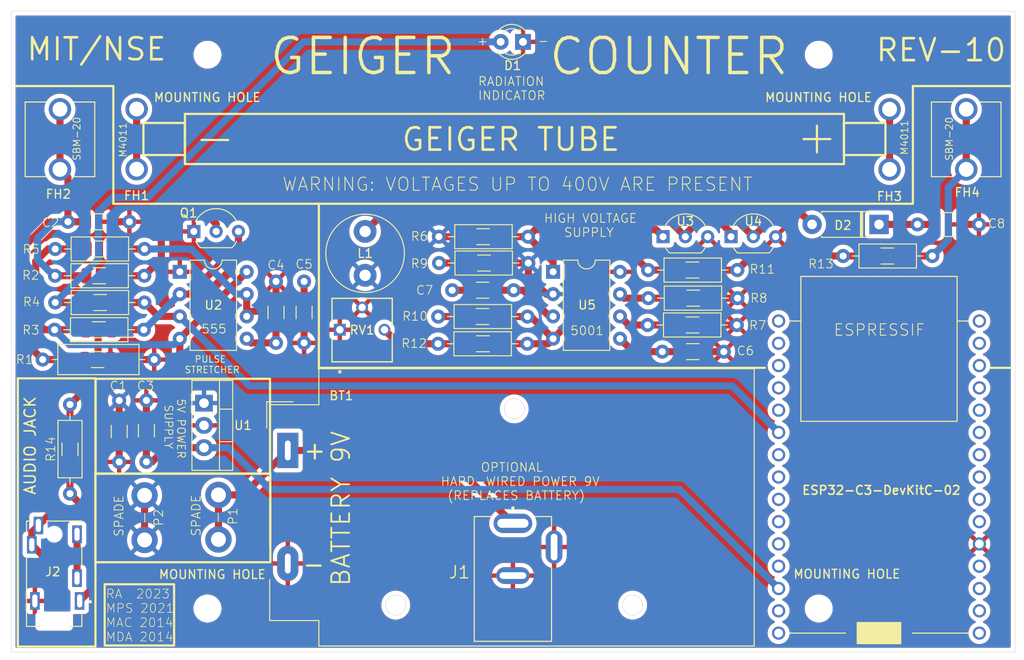
<source format=kicad_pcb>
(kicad_pcb (version 20240108) (generator "pcbnew") (generator_version "8.0")
  (layers (0 "F.Cu" signal) (31 "B.Cu" signal) (34 "B.Paste" user) (35 "F.Paste" user) (36 "B.SilkS" user "B.Silkscreen") (37 "F.SilkS" user "F.Silkscreen") (38 "B.Mask" user) (39 "F.Mask" user) (44 "Edge.Cuts" user))
  (net 0 "")
  (net 1 "Net-(C2-Pad1)")
  (net 2 "BATT+")
  (net 3 "Net-(U2-CV)")
  (net 4 "Net-(U2-DIS)")
  (net 5 "Net-(U5-SCP)")
  (net 6 "Net-(U5-COMP)")
  (net 7 "Net-(J2-Pad1)")
  (net 8 "Net-(C7-Pad2)")
  (net 9 "+9V")
  (net 10 "Net-(U5-DTC)")
  (net 11 "Net-(D2-K)")
  (net 12 "+5V")
  (net 13 "Net-(D1-A)")
  (net 14 "Net-(D2-A)")
  (net 15 "FINAL_SIGNAL")
  (net 16 "Net-(FH3-Pad1)")
  (net 17 "Net-(Q1-C)")
  (net 18 "Net-(Q1-B)")
  (net 19 "Net-(U5-RT)")
  (net 20 "Net-(R9-Pad2)")
  (net 21 "5001_OUT")
  (net 47 "GND")
  (net 48 "Net-(U5-FB)")
  (net 49 "Net-(R12-Pad2)")
  (footprint "36-3530-ND:36-3530-ND" (layer "F.Cu") (at 197.64375 65.405 90)
    (property "Reference" "FH4")
    (property "Value" "~" (hide yes))
  )
  (footprint "Package_DIP:DIP-8_W7.62mm" (layer "F.Cu") (at 150.6 80.5)
    (property "Reference" "U5")
    (property "Value" "TL5001AIP")
  )
  (footprint "THT-SMD:C_THT_SMD" (layer "F.Cu") (at 98.9 74.8)
    (property "Reference" "C2")
    (property "Value" "47p" (hide yes))
  )
  (footprint "THT-SMD:C_THT_SMD" (layer "F.Cu") (at 166.5 89.6 180)
    (property "Reference" "C6")
    (property "Value" "1u" (hide yes))
  )
  (footprint "THT-SMD:R_SMALL" (layer "F.Cu") (at 142.58 88.7 180)
    (property "Reference" "R12")
    (property "Value" "22k" (hide yes))
  )
  (footprint "THT-SMD:R_SMALL" (layer "F.Cu") (at 188.7 78.7)
    (property "Reference" "R13")
    (property "Value" "5.1M" (hide yes))
  )
  (footprint "Diode_THT:D_DO-41_SOD81_P7.62mm_Horizontal" (layer "F.Cu") (at 187.71 75.1 180)
    (property "Reference" "D2")
    (property "Value" "BA159" (hide yes))
  )
  (footprint "Inductor_THT:L_Radial_D8.7mm_P5.00mm_Fastron_07HCP" (layer "F.Cu") (at 129.2 80.9 90)
    (property "Reference" "L1")
    (property "Value" "1mH")
  )
  (footprint "0197084013:0197084013" (layer "F.Cu") (at 112.5 108.46 90)
    (property "Reference" "P1")
    (property "Value" "SPADE" (hide yes))
  )
  (footprint "THT-SMD:R_SMALL" (layer "F.Cu") (at 98.976069 80.949413)
    (property "Reference" "R2")
    (property "Value" "10k" (hide yes))
  )
  (footprint "36-3530-ND:36-3530-ND" (layer "F.Cu") (at 188.9125 65.405 90)
    (property "Reference" "FH3")
    (property "Value" "~" (hide yes))
  )
  (footprint "THT-SMD:R_SMALL" (layer "F.Cu") (at 142.7 79.5 180)
    (property "Reference" "R9")
    (property "Value" "10k" (hide yes))
  )
  (footprint "LED_THT:LED_D3.0mm" (layer "F.Cu") (at 147.175 54.3 180)
    (property "Reference" "D1")
    (property "Value" "LED" (hide yes))
  )
  (footprint "THT-SMD:R_SMALL" (layer "F.Cu") (at 166.525 83.5 180)
    (property "Reference" "R8")
    (property "Value" "6.8M" (hide yes))
  )
  (footprint "THT-SMD:R_SMALL" (layer "F.Cu") (at 166.5 80.3)
    (property "Reference" "R11")
    (property "Value" "10M" (hide yes))
  )
  (footprint "ESP32-C3-DevKitC-02:ESP32-C3-DevKitC-02" (layer "F.Cu") (at 188.976 103.886)
    (property "Reference" "U6" (hide yes))
    (property "Value" "ESP32-C3-DEVKITC-02HOLES")
  )
  (footprint "THT-SMD:R_SMALL" (layer "F.Cu") (at 142.6 85.6)
    (property "Reference" "R10")
    (property "Value" "4.7k" (hide yes))
  )
  (footprint "THT-SMD:C_THT_SMD" (layer "F.Cu") (at 122.251741 85.135446 -90)
    (property "Reference" "C5")
    (property "Value" "220n" (hide yes))
  )
  (footprint "MPD_EJ508A:MPD_EJ508A" (layer "F.Cu") (at 146.0246 111.8616)
    (property "Reference" "J1")
    (property "Value" "EJ508A (PWR)" (hide yes))
  )
  (footprint "THT-SMD:R_SMALL" (layer "F.Cu") (at 142.675 76.5)
    (property "Reference" "R6")
    (property "Value" "10k" (hide yes))
  )
  (footprint "THT-SMD:C_THT_SMD" (layer "F.Cu") (at 142.58 82.6 180)
    (property "Reference" "C7")
    (property "Value" "10n" (hide yes))
  )
  (footprint "MountingHole:MountingHole_2.7mm" (layer "F.Cu") (at 180.848 118.8625)
    (property "Reference" "MOUNTING HOLE")
    (property "Value" "MountingHole_2.7mm")
  )
  (footprint "THT-SMD:C_THT_SMD" (layer "F.Cu") (at 119.051741 85.135446 -90)
    (property "Reference" "C4")
    (property "Value" "10n" (hide yes))
  )
  (footprint "MountingHole:MountingHole_2.7mm" (layer "F.Cu") (at 111.252 118.8625)
    (property "Reference" "MOUNTING HOLE")
    (property "Value" "MountingHole_2.7mm")
  )
  (footprint "THT-SMD:R_SMALL" (layer "F.Cu") (at 166.44 86.56 180)
    (property "Reference" "R7")
    (property "Value" "4.7M" (hide yes))
  )
  (footprint "THT-SMD:CHV" (layer "F.Cu") (at 195.8 75.1)
    (property "Reference" "C8")
    (property "Value" "4.7n" (hide yes))
  )
  (footprint "36-3530-ND:36-3530-ND" (layer "F.Cu") (at 94.45625 65.405 -90)
    (property "Reference" "FH2")
    (property "Value" "~" (hide yes))
  )
  (footprint "THT-SMD:C_THT_SMD" (layer "F.Cu") (at 104.297609 98.617003 90)
    (property "Reference" "C3")
    (property "Value" "10u" (hide yes))
  )
  (footprint "Package_TO_SOT_THT:TO-92_Inline_Wide" (layer "F.Cu") (at 109.7 75.9)
    (property "Reference" "Q1")
    (property "Value" "2N3904")
  )
  (footprint "THT-SMD:R_SMALL" (layer "F.Cu") (at 99 77.9)
    (property "Reference" "R5")
    (property "Value" "6.2K" (hide yes))
  )
  (footprint "0197084013:0197084013" (layer "F.Cu") (at 104.0912 108.5082 90)
    (property "Reference" "P2")
    (property "Value" "SPADE" (hide yes))
  )
  (footprint "MountingHole:MountingHole_2.7mm" (layer "F.Cu") (at 180.848 55.7625)
    (property "Reference" "MOUNTING HOLE")
    (property "Value" "MountingHole_2.7mm")
  )
  (footprint "Package_TO_SOT_THT:TO-220-3_Vertical" (layer "F.Cu") (at 110.855 95.46 -90)
    (property "Reference" "U1")
    (property "Value" "NJM78M05FA" (hide yes))
  )
  (footprint "THT-SMD:R_SMALL" (layer "F.Cu") (at 98.925 87.1)
    (property "Reference" "R3")
    (property "Value" "1k" (hide yes))
  )
  (footprint "Package_TO_SOT_THT:TO-92_Inline_Wide" (layer "F.Cu") (at 170.86 76.5)
    (property "Reference" "U4")
    (property "Value" "STQ1HNK60R-AP" (hide yes))
  )
  (footprint "THT-SMD:R_SMALL" (layer "F.Cu") (at 95.6 100.7 90)
    (property "Reference" "R14")
    (property "Value" "4.7k" (hide yes))
  )
  (footprint "Battery:BatteryHolder_MPD_BA9VPC_1xPP3" (layer "F.Cu") (at 120.396 100.8554)
    (property "Reference" "BT1")
    (property "Value" "Battery" (hide yes))
  )
  (footprint "THT-SMD:C_THT_SMD" (layer "F.Cu") (at 101.2 98.7 -90)
    (property "Reference" "C1")
    (property "Value" "10u" (hide yes))
  )
  (footprint "54-00298:54-00298" (layer "F.Cu") (at 93.8 115.9)
    (property "Reference" "J2")
    (property "Value" "54-00298" (hide yes))
    (fp_line (start -1.65 3.8) (end 1.65 3.8) (stroke (width 0.01)) (layer "Edge.Cuts"))
    (fp_line (start -1.65 5) (end -1.65 3.8) (stroke (width 0.01)) (layer "Edge.Cuts"))
    (fp_line (start 1.65 3.8) (end 1.65 5) (stroke (width 0.01)) (layer "Edge.Cuts"))
    (fp_line (start 1.65 5) (end -1.65 5) (stroke (width 0.01)) (layer "Edge.Cuts"))
  )
  (footprint "Package_DIP:DIP-8_W7.62mm" (layer "F.Cu") (at 108.1 80.5)
    (property "Reference" "U2")
    (property "Value" "LMC555CN" (hide yes))
  )
  (footprint "3362P-1-203LF:POT_3362P" (layer "F.Cu") (at 126.32 87.1)
    (property "Reference" "RV1")
    (property "Value" "R_Potentiometer_US 20k" (hide yes))
  )
  (footprint "36-3530-ND:36-3530-ND" (layer "F.Cu") (at 103.1875 65.3796 -90)
    (property "Reference" "FH1")
    (property "Value" "~" (hide yes))
  )
  (footprint "Package_TO_SOT_THT:TO-92_Inline_Wide" (layer "F.Cu") (at 163.12 76.5)
    (property "Reference" "U3")
    (property "Value" "STQ1HNK60R-AP" (hide yes))
  )
  (footprint "THT-SMD:R_BIG" (layer "F.Cu") (at 98.8375 90.497071)
    (property "Reference" "R1")
    (property "Value" "5.1k" (hide yes))
  )
  (footprint "MountingHole:MountingHole_2.7mm" (layer "F.Cu") (at 111.252 55.7625)
    (property "Reference" "MOUNTING HOLE")
    (property "Value" "MountingHole_2.7mm")
  )
  (footprint "THT-SMD:R_SMALL" (layer "F.Cu") (at 99 84 180)
    (property "Reference" "R4")
    (property "Value" "75" (hide yes))
  )
  (gr_line (start 123.936 91.5454) (end 123.936 72.7456) (stroke (width 0.254)) (layer "F.SilkS"))
  (gr_line (start 191.5668 72.7202) (end 191.5668 59.3344) (stroke (width 0.254)) (layer "F.SilkS"))
  (gr_line (start 89.4588 59.3344) (end 100.5332 59.3344) (stroke (width 0.254)) (layer "F.SilkS"))
  (gr_rect (start 99.55 116.1) (end 107.45 123.075) (stroke (width 0.254)) (fill none) (layer "F.SilkS"))
  (gr_line (start 191.5668 59.3344) (end 202.6412 59.3344) (stroke (width 0.254)) (layer "F.SilkS"))
  (gr_rect (start 98.4918 103.4876) (end 118.4064 113.5888) (stroke (width 0.254)) (fill none) (layer "F.SilkS"))
  (gr_line (start 124 91.44) (end 174.7012 91.44) (stroke (width 0.254)) (layer "F.SilkS"))
  (gr_line (start 200.4314 91.44) (end 202.717412 91.44) (stroke (width 0.254)) (layer "F.SilkS"))
  (gr_rect (start 103.9622 63.5381) (end 108.6866 67.1957) (stroke (width 0.254)) (fill none) (layer "F.SilkS"))
  (gr_line (start 104.1166 109.0162) (end 104.1166 108.0256) (stroke (width 0.1)) (layer "F.SilkS"))
  (gr_line (start 100.5332 59.3344) (end 100.5332 72.7456) (stroke (width 0.254)) (layer "F.SilkS"))
  (gr_rect (start 98.5172 92.6894) (end 118.3708 103.5054) (stroke (width 0.254)) (fill none) (layer "F.SilkS"))
  (gr_line (start 112.4746 108.9807) (end 112.4746 107.9901) (stroke (width 0.1)) (layer "F.SilkS"))
  (gr_line (start 100.5332 72.7456) (end 191.566804 72.7456) (stroke (width 0.254)) (layer "F.SilkS"))
  (gr_rect (start 89.662 92.64) (end 98.5 123.2) (stroke (width 0.254)) (fill none) (layer "F.SilkS"))
  (gr_rect (start 183.7182 63.5381) (end 188.4426 67.1957) (stroke (width 0.254)) (fill none) (layer "F.SilkS"))
  (gr_rect (start 108.6866 62.5094) (end 183.7182 68.2244) (stroke (width 0.254)) (fill none) (layer "F.SilkS"))
  (gr_rect (start 88.9 50.8) (end 203.2 123.825) (stroke (width 0.05)) (fill none) (layer "Edge.Cuts"))
  (gr_text "MIT/NSE" (at 90.5 56.6 0) (layer "F.SilkS") (effects (font (size 2.5 2.5) (thickness 0.3)) (justify left bottom)))
  (gr_text "+\n" (at 141.9 54.8 0) (layer "F.SilkS") (effects (font (size 1 1) (thickness 0.1)) (justify left bottom)))
  (gr_text "  PULSE\nSTRETCHER" (at 108.6 92.1 0) (layer "F.SilkS") (effects (font (size 0.75 0.75) (thickness 0.1)) (justify left bottom)))
  (gr_text "SBM-20" (at 196.175 67.9 90) (layer "F.SilkS") (effects (font (size 0.8 0.8) (thickness 0.1)) (justify left bottom)))
  (gr_text "RADIATION\nINDICATOR" (at 142 61 0) (layer "F.SilkS") (effects (font (size 1 1) (thickness 0.1)) (justify left bottom)))
  (gr_text "WARNING: VOLTAGES UP TO 400V ARE PRESENT" (at 119.7 71.4 0) (layer "F.SilkS") (effects (font (size 1.5 1.5) (thickness 0.1)) (justify left bottom)))
  (gr_text "BATTERY 9V\n" (at 127.635 116.459 90) (layer "F.SilkS") (effects (font (size 2.032 2.032) (thickness 0.2032)) (justify left bottom)))
  (gr_text "555\n" (at 110.5 87.6 0) (layer "F.SilkS") (effects (font (size 1 1) (thickness 0.1)) (justify left bottom)))
  (gr_text "M4011" (at 191.075 67.25 90) (layer "F.SilkS") (effects (font (size 0.8 0.8) (thickness 0.1)) (justify left bottom)))
  (gr_text "GEIGER TUBE\n" (at 133.2 66.9 0) (layer "F.SilkS") (effects (font (size 2.54 2.54) (thickness 0.3048)) (justify left bottom)))
  (gr_text "_" (at 110.4 65.6 0) (layer "F.SilkS") (effects (font (size 4 4) (thickness 0.25)) (justify left bottom)))
  (gr_text "AUDIO JACK" (at 91.8 106 90) (layer "F.SilkS") (effects (font (size 1.27 1.27) (thickness 0.1778)) (justify left bottom)))
  (gr_text "5001\n\n" (at 152.5 89.4 0) (layer "F.SilkS") (effects (font (size 1 1) (thickness 0.1)) (justify left bottom)))
  (gr_text "GEIGER" (at 118.1 58.3 0) (layer "F.SilkS") (effects (font (size 4 4) (thickness 0.4)) (justify left bottom)))
  (gr_text "-" (at 148.8 54.7624 0) (layer "F.SilkS") (effects (font (size 1 1) (thickness 0.1)) (justify left bottom)))
  (gr_text "      OPTIONAL\nHARD-WIRED POWER 9V\n (REPLACES BATTERY)" (at 137.7442 106.5784 0) (layer "F.SilkS") (effects (font (size 1 1) (thickness 0.1)) (justify left bottom)))
  (gr_text "REV-10" (at 187.2 56.7 0) (layer "F.SilkS") (effects (font (size 2.5 2.5) (thickness 0.3)) (justify left bottom)))
  (gr_text "SBM-20" (at 96.85 67.9 90) (layer "F.SilkS") (effects (font (size 0.8 0.8) (thickness 0.1)) (justify left bottom)))
  (gr_text "HIGH VOLTAGE\n   SUPPLY" (at 149.5 76.6 0) (layer "F.SilkS") (effects (font (size 1 1) (thickness 0.1)) (justify left bottom)))
  (gr_text "+" (at 178 67.4 0) (layer "F.SilkS") (effects (font (size 4 4) (thickness 0.25)) (justify left bottom)))
  (gr_text "5V POWER\n SUPPLY" (at 106.3 94.9 -90) (layer "F.SilkS") (effects (font (size 0.889 0.889) (thickness 0.1)) (justify left bottom)))
  (gr_text "RA  2023\nMPS 2021\nMAC 2014\nMDA 2014" (at 99.625 122.7 0) (layer "F.SilkS") (effects (font (size 1.016 1.016) (thickness 0.0762)) (justify left bottom)))
  (gr_text "M4011" (at 102.1 67.525 90) (layer "F.SilkS") (effects (font (size 0.8 0.8) (thickness 0.1)) (justify left bottom)))
  (gr_text "COUNTER" (at 149.9 58.3 0) (layer "F.SilkS") (effects (font (size 4 4) (thickness 0.4)) (justify left bottom)))
  (segment (start 93.2 74.8) (end 90.2 77.8) (width 0.8128) (layer "F.Cu") (net 1))
  (segment (start 103.1875 68.8096) (end 103.1875 65.375) (width 0.8128) (layer "F.Cu") (net 1))
  (segment (start 103.1875 65.375) (end 94.48125 65.375) (width 0.8128) (layer "F.Cu") (net 1))
  (segment (start 95.364554 69.743304) (end 94.45625 68.835) (width 0.8128) (layer "F.Cu") (net 1))
  (segment (start 95.364554 74.8) (end 93.2 74.8) (width 0.8128) (layer "F.Cu") (net 1))
  (segment (start 103.1621 68.835) (end 103.1875 68.8096) (width 0.8128) (layer "F.Cu") (net 1))
  (segment (start 94.48125 65.375) (end 94.45625 65.4) (width 0.8128) (layer "F.Cu") (net 1))
  (segment (start 90.2 77.8) (end 90.2 88.209571) (width 0.8128) (layer "F.Cu") (net 1))
  (segment (start 95.364554 74.8) (end 97.425 74.8) (width 0.8128) (layer "F.Cu") (net 1))
  (segment (start 92.4875 90.497071) (end 97.275 90.497071) (width 0.8128) (layer "F.Cu") (net 1))
  (segment (start 94.45625 65.4) (end 94.45625 61.975) (width 0.8128) (layer "F.Cu") (net 1))
  (segment (start 103.1875 65.375) (end 103.1875 61.9496) (width 0.8128) (layer "F.Cu") (net 1))
  (segment (start 93.896069 80.949413) (end 97.476069 80.949413) (width 0.8128) (layer "F.Cu") (net 1))
  (segment (start 94.45625 68.835) (end 94.45625 65.4) (width 0.8128) (layer "F.Cu") (net 1))
  (segment (start 90.2 88.209571) (end 92.4875 90.497071) (width 0.8128) (layer "F.Cu") (net 1))
  (segment (start 95.364554 74.8) (end 95.364554 69.743304) (width 0.8128) (layer "F.Cu") (net 1))
  (segment (start 93.8 74.8) (end 95.364554 74.8) (width 0.8128) (layer "B.Cu") (net 1))
  (segment (start 93.896069 80.949413) (end 93.749413 80.949413) (width 0.8128) (layer "B.Cu") (net 1))
  (segment (start 91.9 76.7) (end 93.8 74.8) (width 0.8128) (layer "B.Cu") (net 1))
  (segment (start 91.9 79.1) (end 91.9 76.7) (width 0.8128) (layer "B.Cu") (net 1))
  (segment (start 93.749413 80.949413) (end 91.9 79.1) (width 0.8128) (layer "B.Cu") (net 1))
  (segment (start 115.3314 105.92) (end 120.396 100.8554) (width 0.8128) (layer "F.Cu") (net 2))
  (segment (start 112.5 105.92) (end 112.5 111) (width 0.8128) (layer "F.Cu") (net 2))
  (segment (start 120.396 100.8554) (end 137.7234 100.8554) (width 0.8128) (layer "F.Cu") (net 2))
  (segment (start 112.5 105.92) (end 115.3314 105.92) (width 0.8128) (layer "F.Cu") (net 2))
  (segment (start 137.7234 100.8554) (end 146.0246 109.1566) (width 0.8128) (layer "F.Cu") (net 2))
  (segment (start 119.051741 88.6) (end 116.2 88.6) (width 0.8128) (layer "F.Cu") (net 3))
  (segment (start 119.051741 88.6) (end 119.051741 86.610446) (width 0.8128) (layer "F.Cu") (net 3))
  (segment (start 116.2 88.6) (end 115.72 88.12) (width 0.8128) (layer "F.Cu") (net 3))
  (segment (start 100.425 77.9) (end 104.08 77.9) (width 0.8128) (layer "F.Cu") (net 4))
  (segment (start 120.912187 85) (end 122.251741 83.660446) (width 0.8128) (layer "F.Cu") (net 4))
  (segment (start 122.251741 83.660446) (end 122.251741 81.6) (width 0.8128) (layer "F.Cu") (net 4))
  (segment (start 115.72 85.58) (end 115.72 83.04) (width 0.8128) (layer "F.Cu") (net 4))
  (segment (start 116.3 85) (end 120.912187 85) (width 0.8128) (layer "F.Cu") (net 4))
  (segment (start 115.72 85.58) (end 116.3 85) (width 0.8128) (layer "F.Cu") (net 4))
  (segment (start 104.08 77.9) (end 109.4 77.9) (width 0.8128) (layer "B.Cu") (net 4))
  (segment (start 114.54 83.04) (end 115.72 83.04) (width 0.8128) (layer "B.Cu") (net 4))
  (segment (start 109.4 77.9) (end 114.54 83.04) (width 0.8128) (layer "B.Cu") (net 4))
  (segment (start 163.035446 89.6) (end 159.7 89.6) (width 0.8128) (layer "F.Cu") (net 5))
  (segment (start 165.025 89.6) (end 163.035446 89.6) (width 0.8128) (layer "F.Cu") (net 5))
  (segment (start 159.7 89.6) (end 158.22 88.12) (width 0.8128) (layer "F.Cu") (net 5))
  (segment (start 146.115446 82.6) (end 147.2 82.6) (width 0.8128) (layer "F.Cu") (net 6))
  (segment (start 144.055 82.6) (end 146.115446 82.6) (width 0.8128) (layer "F.Cu") (net 6))
  (segment (start 150.18 85.58) (end 150.6 85.58) (width 0.8128) (layer "F.Cu") (net 6))
  (segment (start 147.2 82.6) (end 150.18 85.58) (width 0.8128) (layer "F.Cu") (net 6))
  (segment (start 95.6 105.78) (end 98.2 108.38) (width 0.8128) (layer "F.Cu") (net 7))
  (segment (start 98.2 116.5) (end 96.7 118) (width 0.8128) (layer "F.Cu") (net 7))
  (segment (start 95.6 102.2) (end 95.6 105.78) (width 0.8128) (layer "F.Cu") (net 7))
  (segment (start 98.2 108.38) (end 98.2 116.5) (width 0.8128) (layer "F.Cu") (net 7))
  (segment (start 141.1 85.6) (end 141.1 82.605) (width 0.8128) (layer "F.Cu") (net 8))
  (segment (start 141.1 82.605) (end 141.105 82.6) (width 0.8128) (layer "F.Cu") (net 8))
  (segment (start 137.52 85.6) (end 141.1 85.6) (width 0.8128) (layer "F.Cu") (net 8))
  (segment (start 139.115446 82.6) (end 141.105 82.6) (width 0.8128) (layer "F.Cu") (net 8))
  (segment (start 149.84 83.04) (end 150.6 83.04) (width 0.8128) (layer "F.Cu") (net 9))
  (segment (start 147.78 79.5) (end 147.78 80.98) (width 0.8128) (layer "F.Cu") (net 9))
  (segment (start 144.2 79.5) (end 147.78 79.5) (width 0.8128) (layer "F.Cu") (net 9))
  (segment (start 101.2 97.225) (end 101.2 95.164554) (width 0.8128) (layer "F.Cu") (net 9))
  (segment (start 137.595 76.5) (end 141.175 76.5) (width 0.8128) (layer "F.Cu") (net 9))
  (segment (start 147.78 80.98) (end 149.84 83.04) (width 0.8128) (layer "F.Cu") (net 9))
  (segment (start 104.0912 105.9682) (end 104.0912 111.0482) (width 0.8128) (layer "F.Cu") (net 9))
  (segment (start 159.2 86.56) (end 158.22 85.58) (width 0.8128) (layer "F.Cu") (net 10))
  (segment (start 161.36 86.56) (end 165.015 86.56) (width 0.8128) (layer "F.Cu") (net 10))
  (segment (start 161.36 86.56) (end 159.2 86.56) (width 0.8128) (layer "F.Cu") (net 10))
  (segment (start 190.1 75.1) (end 192.085129 75.1) (width 0.8128) (layer "F.Cu") (net 11))
  (segment (start 167.925 80.3) (end 171.58 80.3) (width 0.8128) (layer "F.Cu") (net 11))
  (segment (start 187.2 78.7) (end 187.8 78.7) (width 0.8128) (layer "F.Cu") (net 11))
  (segment (start 173.18 78.7) (end 171.58 80.3) (width 0.8128) (layer "F.Cu") (net 11))
  (segment (start 190.1 76.4) (end 190.1 75.1) (width 0.8128) (layer "F.Cu") (net 11))
  (segment (start 192.085129 75.1) (end 194.145575 75.1) (width 0.8128) (layer "F.Cu") (net 11))
  (segment (start 187.71 75.1) (end 190.1 75.1) (width 0.8128) (layer "F.Cu") (net 11))
  (segment (start 183.62 78.7) (end 187.2 78.7) (width 0.8128) (layer "F.Cu") (net 11))
  (segment (start 187.8 78.7) (end 190.1 76.4) (width 0.8128) (layer "F.Cu") (net 11))
  (segment (start 183.62 78.7) (end 173.18 78.7) (width 0.8128) (layer "F.Cu") (net 11))
  (segment (start 108.1 88.12) (end 115.72 80.5) (width 0.8128) (layer "F.Cu") (net 12))
  (segment (start 106.56 100.54) (end 104.947551 102.152449) (width 0.8128) (layer "F.Cu") (net 12))
  (segment (start 93.92 77.9) (end 97.5 77.9) (width 0.8128) (layer "F.Cu") (net 12))
  (segment (start 92.7 87.1) (end 93.845 87.1) (width 0.8128) (layer "F.Cu") (net 12))
  (segment (start 93.1 77.9) (end 91.7 79.3) (width 0.8128) (layer "F.Cu") (net 12))
  (segment (start 104.947551 102.152449) (end 104.297609 102.152449) (width 0.8128) (layer "F.Cu") (net 12))
  (segment (start 91.7 79.3) (end 91.7 86.1) (width 0.8128) (layer "F.Cu") (net 12))
  (segment (start 108.1 100.54) (end 106.56 100.54) (width 0.8128) (layer "F.Cu") (net 12))
  (segment (start 110.855 100.54) (end 108.1 100.54) (width 0.8128) (layer "F.Cu") (net 12))
  (segment (start 104.297609 100.092003) (end 104.297609 102.152449) (width 0.8128) (layer "F.Cu") (net 12))
  (segment (start 93.845 87.1) (end 97.425 87.1) (width 0.8128) (layer "F.Cu") (net 12))
  (segment (start 91.7 86.1) (end 92.7 87.1) (width 0.8128) (layer "F.Cu") (net 12))
  (segment (start 108.1 88.12) (end 108.1 100.54) (width 0.8128) (layer "F.Cu") (net 12))
  (segment (start 93.92 77.9) (end 93.1 77.9) (width 0.8128) (layer "F.Cu") (net 12))
  (segment (start 93.845 87.1) (end 95.545 88.8) (width 0.8128) (layer "B.Cu") (net 12))
  (segment (start 107.42 88.8) (end 108.1 88.12) (width 0.8128) (layer "B.Cu") (net 12))
  (segment (start 113.64 100.54) (end 110.855 100.54) (width 0.8128) (layer "B.Cu") (net 12))
  (segment (start 118.4 105.3) (end 113.64 100.54) (width 0.8128) (layer "B.Cu") (net 12))
  (segment (start 164.99 105.3) (end 118.4 105.3) (width 0.8128) (layer "B.Cu") (net 12))
  (segment (start 176.276 116.586) (end 164.99 105.3) (width 0.8128) (layer "B.Cu") (net 12))
  (segment (start 95.545 88.8) (end 107.42 88.8) (width 0.8128) (layer "B.Cu") (net 12))
  (segment (start 93.92 84) (end 97.575 84) (width 0.8128) (layer "F.Cu") (net 13))
  (segment (start 122.2 54.3) (end 144.635 54.3) (width 0.8128) (layer "B.Cu") (net 13))
  (segment (start 93.92 84) (end 98.85 79.07) (width 0.8128) (layer "B.Cu") (net 13))
  (segment (start 98.85 73.6) (end 100.425 72.025) (width 0.8128) (layer "B.Cu") (net 13))
  (segment (start 98.85 79.07) (end 98.85 73.6) (width 0.8128) (layer "B.Cu") (net 13))
  (segment (start 100.425 72.025) (end 104.475 72.025) (width 0.8128) (layer "B.Cu") (net 13))
  (segment (start 104.475 72.025) (end 122.2 54.3) (width 0.8128) (layer "B.Cu") (net 13))
  (segment (start 129.2 75.9) (end 132.2 72.9) (width 0.8128) (layer "F.Cu") (net 14))
  (segment (start 175.899999 74.000001) (end 173.4 76.5) (width 0.8128) (layer "F.Cu") (net 14))
  (segment (start 180.09 75.1) (end 178.990001 74.000001) (width 0.8128) (layer "F.Cu") (net 14))
  (segment (start 178.990001 74.000001) (end 175.899999 74.000001) (width 0.8128) (layer "F.Cu") (net 14))
  (segment (start 169.8 72.9) (end 173.4 76.5) (width 0.8128) (layer "F.Cu") (net 14))
  (segment (start 132.2 72.9) (end 169.8 72.9) (width 0.8128) (layer "F.Cu") (net 14))
  (segment (start 91.25 111.6) (end 91.25 110.15) (width 0.8128) (layer "F.Cu") (net 15))
  (segment (start 93.3 101.575) (end 95.6 99.275) (width 0.8128) (layer "F.Cu") (net 15))
  (segment (start 96.4 115.4) (end 96.4 112.9) (width 0.8128) (layer "F.Cu") (net 15))
  (segment (start 92.55 112.9) (end 96.4 112.9) (width 0.8128) (layer "F.Cu") (net 15))
  (segment (start 95.6 95.62) (end 98.8 92.42) (width 0.8128) (layer "F.Cu") (net 15))
  (segment (start 96.4 112.9) (end 96.4 110.4) (width 0.8128) (layer "F.Cu") (net 15))
  (segment (start 93.3 108.1) (end 93.3 101.575) (width 0.8128) (layer "F.Cu") (net 15))
  (segment (start 91.25 110.15) (end 92 109.4) (width 0.8128) (layer "F.Cu") (net 15))
  (segment (start 100.5 84) (end 104.08 84) (width 0.8128) (layer "F.Cu") (net 15))
  (segment (start 98.8 92.42) (end 98.8 85.7) (width 0.8128) (layer "F.Cu") (net 15))
  (segment (start 91.25 111.6) (end 92.55 112.9) (width 0.8128) (layer "F.Cu") (net 15))
  (segment (start 105.66 85.58) (end 104.08 84) (width 0.8128) (layer "F.Cu") (net 15))
  (segment (start 95.6 99.275) (end 95.6 95.62) (width 0.8128) (layer "F.Cu") (net 15))
  (segment (start 108.1 85.58) (end 105.66 85.58) (width 0.8128) (layer "F.Cu") (net 15))
  (segment (start 98.8 85.7) (end 100.5 84) (width 0.8128) (layer "F.Cu") (net 15))
  (segment (start 92 109.4) (end 93.3 108.1) (width 0.8128) (layer "F.Cu") (net 15))
  (segment (start 108.1 85.58) (end 116.02 93.5) (width 0.8128) (layer "B.Cu") (net 15))
  (segment (start 116.02 93.5) (end 171 93.5) (width 0.8128) (layer "B.Cu") (net 15))
  (segment (start 171 93.5) (end 176.276 98.776) (width 0.8128) (layer "B.Cu") (net 15))
  (segment (start 176.276 98.776) (end 176.276 98.806) (width 0.8128) (layer "B.Cu") (net 15))
  (segment (start 188.9125 65.4) (end 188.9125 61.975) (width 0.8128) (layer "F.Cu") (net 16))
  (segment (start 197.88 69.07125) (end 197.64375 68.835) (width 0.8128) (layer "F.Cu") (net 16))
  (segment (start 197.64375 68.835) (end 197.64375 65.4) (width 0.8128) (layer "F.Cu") (net 16))
  (segment (start 188.9125 65.4) (end 197.64375 65.4) (width 0.8128) (layer "F.Cu") (net 16))
  (segment (start 188.9125 68.835) (end 188.9125 65.4) (width 0.8128) (layer "F.Cu") (net 16))
  (segment (start 190.125 78.7) (end 193.78 78.7) (width 0.8128) (layer "F.Cu") (net 16))
  (segment (start 197.64375 65.4) (end 197.64375 61.975) (width 0.8128) (layer "F.Cu") (net 16))
  (segment (start 195.6 76.88) (end 193.78 78.7) (width 0.8128) (layer "B.Cu") (net 16))
  (segment (start 195.6 70.87875) (end 195.6 76.88) (width 0.8128) (layer "B.Cu") (net 16))
  (segment (start 197.64375 68.835) (end 195.6 70.87875) (width 0.8128) (layer "B.Cu") (net 16))
  (segment (start 114.78 77.49137) (end 114.78 75.9) (width 0.8128) (layer "F.Cu") (net 17))
  (segment (start 108.1 83.04) (end 109.23137 83.04) (width 0.8128) (layer "F.Cu") (net 17))
  (segment (start 109.23137 83.04) (end 114.78 77.49137) (width 0.8128) (layer "F.Cu") (net 17))
  (segment (start 100.35 87.1) (end 104.005 87.1) (width 0.8128) (layer "F.Cu") (net 17))
  (segment (start 104.04 87.1) (end 108.1 83.04) (width 0.8128) (layer "B.Cu") (net 17))
  (segment (start 104.005 87.1) (end 104.04 87.1) (width 0.8128) (layer "B.Cu") (net 17))
  (segment (start 110.6 73.4) (end 112.24 75.04) (width 0.8128) (layer "F.Cu") (net 18))
  (segment (start 108.2 73.4) (end 110.6 73.4) (width 0.8128) (layer "F.Cu") (net 18))
  (segment (start 106 79.005482) (end 106 75.6) (width 0.8128) (layer "F.Cu") (net 18))
  (segment (start 104.056069 80.949413) (end 106 79.005482) (width 0.8128) (layer "F.Cu") (net 18))
  (segment (start 106 75.6) (end 108.2 73.4) (width 0.8128) (layer "F.Cu") (net 18))
  (segment (start 100.401069 80.949413) (end 104.056069 80.949413) (width 0.8128) (layer "F.Cu") (net 18))
  (segment (start 112.24 75.04) (end 112.24 75.9) (width 0.8128) (layer "F.Cu") (net 18))
  (segment (start 158.68 83.5) (end 158.22 83.04) (width 0.8128) (layer "F.Cu") (net 19))
  (segment (start 161.445 83.5) (end 158.68 83.5) (width 0.8128) (layer "F.Cu") (net 19))
  (segment (start 161.445 83.5) (end 165.1 83.5) (width 0.8128) (layer "F.Cu") (net 19))
  (segment (start 137.62 79.5) (end 141.275 79.5) (width 0.8128) (layer "F.Cu") (net 20))
  (segment (start 142.6 75.5) (end 143.8 74.3) (width 0.8128) (layer "F.Cu") (net 20))
  (segment (start 143.8 74.3) (end 163.46 74.3) (width 0.8128) (layer "F.Cu") (net 20))
  (segment (start 167.3 74.6) (end 169.4 74.6) (width 0.8128) (layer "F.Cu") (net 20))
  (segment (start 163.46 74.3) (end 165.66 76.5) (width 0.8128) (layer "F.Cu") (net 20))
  (segment (start 141.275 79.5) (end 142.6 78.175) (width 0.8128) (layer "F.Cu") (net 20))
  (segment (start 165.66 76.5) (end 165.66 76.24) (width 0.8128) (layer "F.Cu") (net 20))
  (segment (start 142.6 78.175) (end 142.6 75.5) (width 0.8128) (layer "F.Cu") (net 20))
  (segment (start 170.86 76.06) (end 170.86 76.5) (width 0.8128) (layer "F.Cu") (net 20))
  (segment (start 165.66 76.24) (end 167.3 74.6) (width 0.8128) (layer "F.Cu") (net 20))
  (segment (start 169.4 74.6) (end 170.86 76.06) (width 0.8128) (layer "F.Cu") (net 20))
  (segment (start 162.32 75.7) (end 163.12 76.5) (width 0.8128) (layer "F.Cu") (net 21))
  (segment (start 144.1 76.5) (end 147.755 76.5) (width 0.8128) (layer "F.Cu") (net 21))
  (segment (start 150.6 79.345) (end 150.6 80.5) (width 0.8128) (layer "F.Cu") (net 21))
  (segment (start 147.755 76.5) (end 148.555 75.7) (width 0.8128) (layer "F.Cu") (net 21))
  (segment (start 147.755 76.5) (end 150.6 79.345) (width 0.8128) (layer "F.Cu") (net 21))
  (segment (start 148.555 75.7) (end 162.32 75.7) (width 0.8128) (layer "F.Cu") (net 21))
  (segment (start 100.2 90.497071) (end 105.1875 90.497071) (width 0.8128) (layer "F.Cu") (net 47))
  (segment (start 167.94 86.56) (end 171.52 86.56) (width 0.8128) (layer "F.Cu") (net 47))
  (segment (start 119.051741 83.660446) (end 119.051741 81.6) (width 0.8128) (layer "F.Cu") (net 47))
  (segment (start 100.375 74.8) (end 102.364554 74.8) (width 0.8128) (layer "F.Cu") (net 47))
  (segment (start 197.095575 75.1) (end 199.085129 75.1) (width 0.8128) (layer "F.Cu") (net 47))
  (segment (start 122.251741 86.610446) (end 122.251741 88.6) (width 0.8128) (layer "F.Cu") (net 47))
  (segment (start 168.025 83.5) (end 171.605 83.5) (width 0.8128) (layer "F.Cu") (net 47))
  (segment (start 167.975 89.6) (end 170.035446 89.6) (width 0.8128) (layer "F.Cu") (net 47))
  (segment (start 104.297609 97.142003) (end 104.297609 95.152449) (width 0.8128) (layer "F.Cu") (net 47))
  (segment (start 101.2 100.175) (end 101.2 102.164554) (width 0.8128) (layer "F.Cu") (net 47))
  (segment (start 150.02 88.7) (end 150.6 88.12) (width 0.8128) (layer "F.Cu") (net 48))
  (segment (start 144.08 88.7) (end 147.66 88.7) (width 0.8128) (layer "F.Cu") (net 48))
  (segment (start 147.66 88.7) (end 150.02 88.7) (width 0.8128) (layer "F.Cu") (net 48))
  (segment (start 148.08 85.6) (end 150.6 88.12) (width 0.8128) (layer "F.Cu") (net 48))
  (segment (start 153.2 85.52) (end 150.6 88.12) (width 0.8128) (layer "F.Cu") (net 48))
  (segment (start 155.1 78.2) (end 153.2 80.1) (width 0.8128) (layer "F.Cu") (net 48))
  (segment (start 144.025 85.6) (end 147.68 85.6) (width 0.8128) (layer "F.Cu") (net 48))
  (segment (start 153.2 80.1) (end 153.2 85.52) (width 0.8128) (layer "F.Cu") (net 48))
  (segment (start 161.42 80.3) (end 165 80.3) (width 0.8128) (layer "F.Cu") (net 48))
  (segment (start 161.42 80.3) (end 159.32 78.2) (width 0.8128) (layer "F.Cu") (net 48))
  (segment (start 147.68 85.6) (end 148.08 85.6) (width 0.8128) (layer "F.Cu") (net 48))
  (segment (start 147.68 85.6) (end 147.68 85.82) (width 0.8128) (layer "F.Cu") (net 48))
  (segment (start 159.32 78.2) (end 155.1 78.2) (width 0.8128) (layer "F.Cu") (net 48))
  (segment (start 137.5 88.7) (end 141.155 88.7) (width 0.8128) (layer "F.Cu") (net 49))
  (segment (start 137.5 88.7) (end 133 88.7) (width 0.8128) (layer "F.Cu") (net 49))
  (segment (start 133 88.7) (end 131.4 87.1) (width 0.8128) (layer "F.Cu") (net 49))
  (zone (net 47) (net_name "GND") (layer "F.Cu") (connect_pads (clearance 0.5)) (min_thickness 0.25) (fill yes (thermal_gap 0.5) (thermal_bridge_width 0.5))
    (polygon (pts (xy 204 124.5) (xy 204 50) (xy 88 50) (xy 88 124.5)))
  )
  (zone (net 9) (net_name "+9V") (layer "B.Cu") (priority 1) (connect_pads (clearance 0.5)) (min_thickness 0.25) (fill yes (thermal_gap 0.5) (thermal_bridge_width 0.5))
    (polygon (pts (xy 204.216 124.714) (xy 204.216 49.784) (xy 87.63 49.53) (xy 87.63 124.714)))
  )
)
</source>
